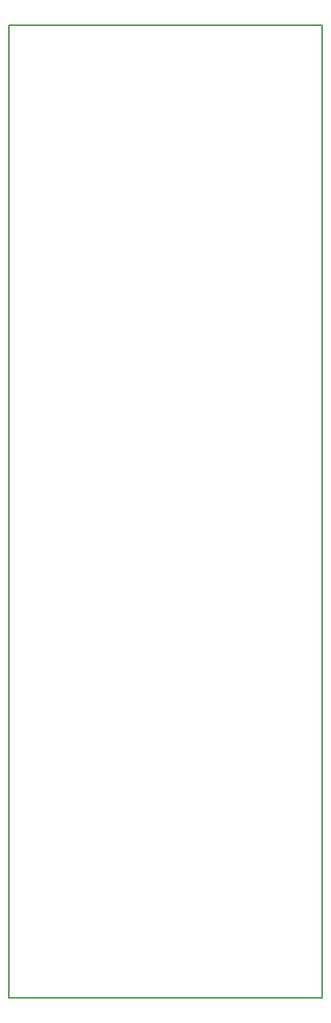
<source format=gm1>
G04 MADE WITH FRITZING*
G04 WWW.FRITZING.ORG*
G04 DOUBLE SIDED*
G04 HOLES PLATED*
G04 CONTOUR ON CENTER OF CONTOUR VECTOR*
%ASAXBY*%
%FSLAX23Y23*%
%MOIN*%
%OFA0B0*%
%SFA1.0B1.0*%
%ADD10R,1.419250X4.383630*%
%ADD11C,0.008000*%
%ADD10C,0.008*%
%LNCONTOUR*%
G90*
G70*
G54D10*
G54D11*
X4Y4380D02*
X1415Y4380D01*
X1415Y4D01*
X4Y4D01*
X4Y4380D01*
D02*
G04 End of contour*
M02*
</source>
